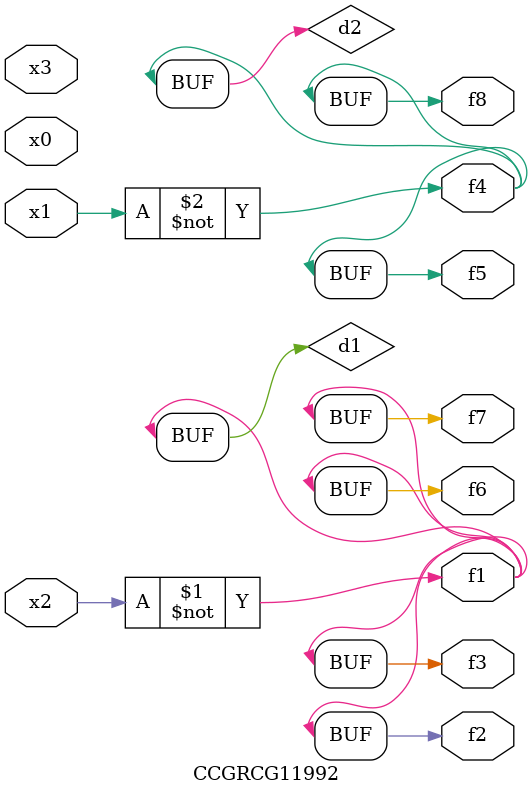
<source format=v>
module CCGRCG11992(
	input x0, x1, x2, x3,
	output f1, f2, f3, f4, f5, f6, f7, f8
);

	wire d1, d2;

	xnor (d1, x2);
	not (d2, x1);
	assign f1 = d1;
	assign f2 = d1;
	assign f3 = d1;
	assign f4 = d2;
	assign f5 = d2;
	assign f6 = d1;
	assign f7 = d1;
	assign f8 = d2;
endmodule

</source>
